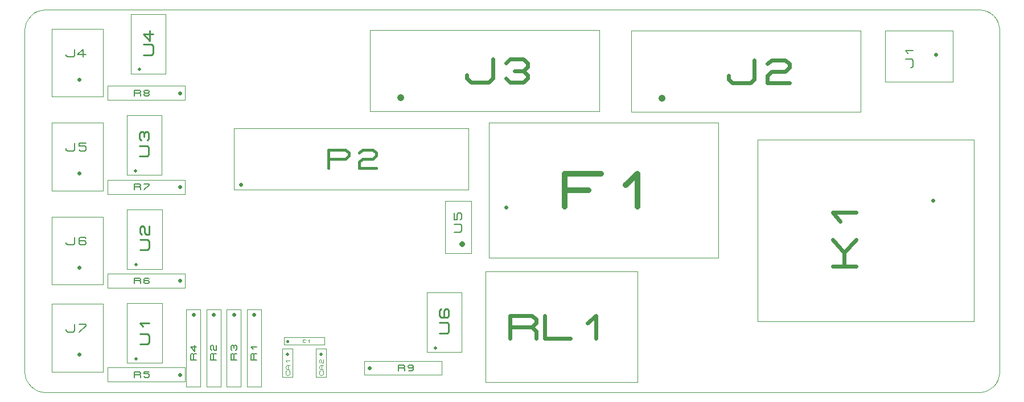
<source format=gbr>
G04 PROTEUS GERBER X2 FILE*
%TF.GenerationSoftware,Labcenter,Proteus,8.17-SP2-Build37159*%
%TF.CreationDate,2025-10-20T01:17:28+00:00*%
%TF.FileFunction,AssemblyDrawing,Top*%
%TF.FilePolarity,Positive*%
%TF.Part,Single*%
%TF.SameCoordinates,{dfd261b3-5dba-4516-bcbd-5d7d19192189}*%
%FSLAX45Y45*%
%MOMM*%
G01*
%TA.AperFunction,Profile*%
%ADD19C,0.101600*%
%TA.AperFunction,Material*%
%ADD20C,0.101600*%
%ADD73C,0.609600*%
%ADD30C,0.188600*%
%ADD31C,1.016000*%
%ADD32C,0.575120*%
%ADD33C,0.591940*%
%ADD34C,0.805340*%
%ADD35C,0.812800*%
%ADD36C,0.179490*%
%ADD37C,0.565200*%
%ADD38C,0.450900*%
%ADD39C,0.140000*%
%ADD40C,0.508000*%
%ADD41C,0.229440*%
%ADD42C,0.406400*%
%ADD43C,0.070000*%
%ADD44C,0.098000*%
%TD.AperFunction*%
D19*
X+3390000Y+2940000D02*
X+3450453Y+2933904D01*
X+3506763Y+2916421D01*
X+3557722Y+2888758D01*
X+3602122Y+2852122D01*
X+3638758Y+2807722D01*
X+3666421Y+2756763D01*
X+3683904Y+2700453D01*
X+3690000Y+2640000D01*
X+3390000Y-2760000D02*
X+3450453Y-2753904D01*
X+3506763Y-2736421D01*
X+3557722Y-2708758D01*
X+3602122Y-2672122D01*
X+3638758Y-2627722D01*
X+3666421Y-2576763D01*
X+3683904Y-2520453D01*
X+3690000Y-2460000D01*
X-10810000Y-2460000D02*
X-10803904Y-2520453D01*
X-10786421Y-2576763D01*
X-10758758Y-2627722D01*
X-10722122Y-2672122D01*
X-10677722Y-2708758D01*
X-10626763Y-2736421D01*
X-10570453Y-2753904D01*
X-10510000Y-2760000D01*
X-10810000Y+2640000D02*
X-10803904Y+2700453D01*
X-10786421Y+2756763D01*
X-10758758Y+2807722D01*
X-10722122Y+2852122D01*
X-10677722Y+2888758D01*
X-10626763Y+2916421D01*
X-10570453Y+2933904D01*
X-10510000Y+2940000D01*
X-10810000Y-2460000D02*
X-10810000Y+2640000D01*
X-10510000Y+2940000D02*
X+3390000Y+2940000D01*
X+3690000Y+2640000D02*
X+3690000Y-2460000D01*
X+3390000Y-2760000D02*
X-10510000Y-2760000D01*
D20*
X+1984920Y+1864920D02*
X+2995080Y+1864920D01*
X+2995080Y+2625080D01*
X+1984920Y+2625080D01*
X+1984920Y+1864920D01*
D73*
X+2740000Y+2270000D02*
X+2740000Y+2270000D01*
D30*
X+2366081Y+2075253D02*
X+2384942Y+2075253D01*
X+2403803Y+2096471D01*
X+2403803Y+2181344D01*
X+2384942Y+2202563D01*
X+2290638Y+2202563D01*
X+2328360Y+2287436D02*
X+2290638Y+2329873D01*
X+2403803Y+2329873D01*
D20*
X-1785080Y+1414920D02*
X+1625080Y+1414920D01*
X+1625080Y+2625080D01*
X-1785080Y+2625080D01*
X-1785080Y+1414920D01*
D31*
X-1330000Y+1620000D02*
X-1330000Y+1620000D01*
D32*
X-344668Y+1962488D02*
X-344668Y+1904976D01*
X-279967Y+1847464D01*
X-21163Y+1847464D01*
X+43538Y+1904976D01*
X+43538Y+2192536D01*
X+237641Y+2135024D02*
X+302342Y+2192536D01*
X+496445Y+2192536D01*
X+561146Y+2135024D01*
X+561146Y+2077512D01*
X+496445Y+2020000D01*
X+302342Y+2020000D01*
X+237641Y+1962488D01*
X+237641Y+1847464D01*
X+561146Y+1847464D01*
D20*
X+94920Y-1705080D02*
X+3305080Y-1705080D01*
X+3305080Y+1005080D01*
X+94920Y+1005080D01*
X+94920Y-1705080D01*
D73*
X+2700000Y+100000D02*
X+2700000Y+100000D01*
D33*
X+1204638Y-882746D02*
X+1559802Y-882746D01*
X+1204638Y-483187D02*
X+1382220Y-682967D01*
X+1559802Y-483187D01*
X+1382220Y-882746D02*
X+1382220Y-682967D01*
X+1323026Y-216814D02*
X+1204638Y-83627D01*
X+1559802Y-83627D01*
D20*
X-3905080Y-755080D02*
X-494920Y-755080D01*
X-494920Y+1255080D01*
X-3905080Y+1255080D01*
X-3905080Y-755080D01*
D73*
X-3650000Y+0D02*
X-3650000Y+0D01*
D34*
X-2782031Y+8396D02*
X-2782031Y+491603D01*
X-2238423Y+491603D01*
X-2782031Y+250000D02*
X-2419626Y+250000D01*
X-1876018Y+330534D02*
X-1694815Y+491603D01*
X-1694815Y+8396D01*
D20*
X-4559080Y-686080D02*
X-4167920Y-686080D01*
X-4167920Y+86080D01*
X-4559080Y+86080D01*
X-4559080Y-686080D01*
D35*
X-4300000Y-554000D02*
X-4300000Y-554000D01*
D36*
X-4417348Y-375183D02*
X-4327601Y-375183D01*
X-4309652Y-354991D01*
X-4309652Y-274219D01*
X-4327601Y-254026D01*
X-4417348Y-254026D01*
X-4417348Y-92483D02*
X-4417348Y-193448D01*
X-4381449Y-193448D01*
X-4381449Y-112676D01*
X-4363500Y-92483D01*
X-4327601Y-92483D01*
X-4309652Y-112676D01*
X-4309652Y-173255D01*
X-4327601Y-193448D01*
D20*
X-3955080Y-2614080D02*
X-1694920Y-2614080D01*
X-1694920Y-963920D01*
X-3955080Y-963920D01*
X-3955080Y-2614080D01*
D37*
X-3588020Y-1958560D02*
X-3588020Y-1619440D01*
X-3270095Y-1619440D01*
X-3206510Y-1675960D01*
X-3206510Y-1732480D01*
X-3270095Y-1789000D01*
X-3588020Y-1789000D01*
X-3270095Y-1789000D02*
X-3206510Y-1845520D01*
X-3206510Y-1958560D01*
X-3079340Y-1619440D02*
X-3079340Y-1958560D01*
X-2697830Y-1958560D01*
X-2443490Y-1732480D02*
X-2316320Y-1619440D01*
X-2316320Y-1958560D01*
D20*
X-7696540Y+261800D02*
X-4206380Y+261800D01*
X-4206380Y+1176200D01*
X-7696540Y+1176200D01*
X-7696540Y+261800D01*
D73*
X-7597460Y+338000D02*
X-7597460Y+338000D01*
D38*
X-6292490Y+583730D02*
X-6292490Y+854270D01*
X-6038859Y+854270D01*
X-5988133Y+809180D01*
X-5988133Y+764090D01*
X-6038859Y+719000D01*
X-6292490Y+719000D01*
X-5835954Y+809180D02*
X-5785228Y+854270D01*
X-5633049Y+854270D01*
X-5582323Y+809180D01*
X-5582323Y+764090D01*
X-5633049Y+719000D01*
X-5785228Y+719000D01*
X-5835954Y+673910D01*
X-5835954Y+583730D01*
X-5582323Y+583730D01*
D20*
X-10405080Y+1644920D02*
X-9644920Y+1644920D01*
X-9644920Y+2655080D01*
X-10405080Y+2655080D01*
X-10405080Y+1644920D01*
D73*
X-10000000Y+1900000D02*
X-10000000Y+1900000D01*
D30*
X-10194747Y+2273919D02*
X-10194747Y+2255058D01*
X-10173529Y+2236197D01*
X-10088656Y+2236197D01*
X-10067437Y+2255058D01*
X-10067437Y+2349362D01*
X-9897690Y+2273919D02*
X-10025000Y+2273919D01*
X-9940127Y+2349362D01*
X-9940127Y+2236197D01*
D20*
X-10405080Y+244920D02*
X-9644920Y+244920D01*
X-9644920Y+1255080D01*
X-10405080Y+1255080D01*
X-10405080Y+244920D01*
D73*
X-10000000Y+500000D02*
X-10000000Y+500000D01*
D30*
X-10194747Y+873919D02*
X-10194747Y+855058D01*
X-10173529Y+836197D01*
X-10088656Y+836197D01*
X-10067437Y+855058D01*
X-10067437Y+949362D01*
X-9897690Y+949362D02*
X-10003782Y+949362D01*
X-10003782Y+911640D01*
X-9918909Y+911640D01*
X-9897690Y+892780D01*
X-9897690Y+855058D01*
X-9918909Y+836197D01*
X-9982564Y+836197D01*
X-10003782Y+855058D01*
D20*
X-10405080Y-1155080D02*
X-9644920Y-1155080D01*
X-9644920Y-144920D01*
X-10405080Y-144920D01*
X-10405080Y-1155080D01*
D73*
X-10000000Y-900000D02*
X-10000000Y-900000D01*
D30*
X-10194747Y-526081D02*
X-10194747Y-544942D01*
X-10173529Y-563803D01*
X-10088656Y-563803D01*
X-10067437Y-544942D01*
X-10067437Y-450638D01*
X-9897690Y-469499D02*
X-9918909Y-450638D01*
X-9982564Y-450638D01*
X-10003782Y-469499D01*
X-10003782Y-544942D01*
X-9982564Y-563803D01*
X-9918909Y-563803D01*
X-9897690Y-544942D01*
X-9897690Y-526081D01*
X-9918909Y-507220D01*
X-10003782Y-507220D01*
D20*
X-10405080Y-2455080D02*
X-9644920Y-2455080D01*
X-9644920Y-1444920D01*
X-10405080Y-1444920D01*
X-10405080Y-2455080D01*
D73*
X-10000000Y-2200000D02*
X-10000000Y-2200000D01*
D30*
X-10194747Y-1826081D02*
X-10194747Y-1844942D01*
X-10173529Y-1863803D01*
X-10088656Y-1863803D01*
X-10067437Y-1844942D01*
X-10067437Y-1750638D01*
X-10003782Y-1750638D02*
X-9897690Y-1750638D01*
X-9897690Y-1769499D01*
X-10003782Y-1863803D01*
D20*
X-9576200Y+1594920D02*
X-8423800Y+1594920D01*
X-8423800Y+1805080D01*
X-9576200Y+1805080D01*
X-9576200Y+1594920D01*
D73*
X-8500000Y+1700000D02*
X-8500000Y+1700000D01*
D39*
X-9179340Y+1658000D02*
X-9179340Y+1742000D01*
X-9100590Y+1742000D01*
X-9084840Y+1728000D01*
X-9084840Y+1714000D01*
X-9100590Y+1700000D01*
X-9179340Y+1700000D01*
X-9100590Y+1700000D02*
X-9084840Y+1686000D01*
X-9084840Y+1658000D01*
X-9021840Y+1700000D02*
X-9037590Y+1714000D01*
X-9037590Y+1728000D01*
X-9021840Y+1742000D01*
X-8974590Y+1742000D01*
X-8958840Y+1728000D01*
X-8958840Y+1714000D01*
X-8974590Y+1700000D01*
X-9021840Y+1700000D01*
X-9037590Y+1686000D01*
X-9037590Y+1672000D01*
X-9021840Y+1658000D01*
X-8974590Y+1658000D01*
X-8958840Y+1672000D01*
X-8958840Y+1686000D01*
X-8974590Y+1700000D01*
D20*
X-9576200Y+194920D02*
X-8423800Y+194920D01*
X-8423800Y+405080D01*
X-9576200Y+405080D01*
X-9576200Y+194920D01*
D73*
X-8500000Y+300000D02*
X-8500000Y+300000D01*
D39*
X-9179340Y+258000D02*
X-9179340Y+342000D01*
X-9100590Y+342000D01*
X-9084840Y+328000D01*
X-9084840Y+314000D01*
X-9100590Y+300000D01*
X-9179340Y+300000D01*
X-9100590Y+300000D02*
X-9084840Y+286000D01*
X-9084840Y+258000D01*
X-9037590Y+342000D02*
X-8958840Y+342000D01*
X-8958840Y+328000D01*
X-9037590Y+258000D01*
D20*
X-9576200Y-1205080D02*
X-8423800Y-1205080D01*
X-8423800Y-994920D01*
X-9576200Y-994920D01*
X-9576200Y-1205080D01*
D73*
X-8500000Y-1100000D02*
X-8500000Y-1100000D01*
D39*
X-9179340Y-1142000D02*
X-9179340Y-1058000D01*
X-9100590Y-1058000D01*
X-9084840Y-1072000D01*
X-9084840Y-1086000D01*
X-9100590Y-1100000D01*
X-9179340Y-1100000D01*
X-9100590Y-1100000D02*
X-9084840Y-1114000D01*
X-9084840Y-1142000D01*
X-8958840Y-1072000D02*
X-8974590Y-1058000D01*
X-9021840Y-1058000D01*
X-9037590Y-1072000D01*
X-9037590Y-1128000D01*
X-9021840Y-1142000D01*
X-8974590Y-1142000D01*
X-8958840Y-1128000D01*
X-8958840Y-1114000D01*
X-8974590Y-1100000D01*
X-9037590Y-1100000D01*
D20*
X-9576200Y-2605080D02*
X-8423800Y-2605080D01*
X-8423800Y-2394920D01*
X-9576200Y-2394920D01*
X-9576200Y-2605080D01*
D73*
X-8500000Y-2500000D02*
X-8500000Y-2500000D01*
D39*
X-9179340Y-2542000D02*
X-9179340Y-2458000D01*
X-9100590Y-2458000D01*
X-9084840Y-2472000D01*
X-9084840Y-2486000D01*
X-9100590Y-2500000D01*
X-9179340Y-2500000D01*
X-9100590Y-2500000D02*
X-9084840Y-2514000D01*
X-9084840Y-2542000D01*
X-8958840Y-2458000D02*
X-9037590Y-2458000D01*
X-9037590Y-2486000D01*
X-8974590Y-2486000D01*
X-8958840Y-2500000D01*
X-8958840Y-2528000D01*
X-8974590Y-2542000D01*
X-9021840Y-2542000D01*
X-9037590Y-2528000D01*
D20*
X-9292080Y+476500D02*
X-8773920Y+476500D01*
X-8773920Y+1365500D01*
X-9292080Y+1365500D01*
X-9292080Y+476500D01*
D40*
X-9160000Y+540000D02*
X-9160000Y+540000D01*
D41*
X-9101833Y+758949D02*
X-8987110Y+758949D01*
X-8964166Y+784761D01*
X-8964166Y+888012D01*
X-8987110Y+913824D01*
X-9101833Y+913824D01*
X-9078889Y+991262D02*
X-9101833Y+1017075D01*
X-9101833Y+1094513D01*
X-9078889Y+1120325D01*
X-9055944Y+1120325D01*
X-9033000Y+1094513D01*
X-9010055Y+1120325D01*
X-8987110Y+1120325D01*
X-8964166Y+1094513D01*
X-8964166Y+1017075D01*
X-8987110Y+991262D01*
X-9033000Y+1042887D02*
X-9033000Y+1094513D01*
D20*
X-9286080Y-925500D02*
X-8767920Y-925500D01*
X-8767920Y-36500D01*
X-9286080Y-36500D01*
X-9286080Y-925500D01*
D40*
X-9154000Y-862000D02*
X-9154000Y-862000D01*
D41*
X-9095833Y-643051D02*
X-8981110Y-643051D01*
X-8958166Y-617239D01*
X-8958166Y-513988D01*
X-8981110Y-488176D01*
X-9095833Y-488176D01*
X-9072889Y-410738D02*
X-9095833Y-384925D01*
X-9095833Y-307487D01*
X-9072889Y-281675D01*
X-9049944Y-281675D01*
X-9027000Y-307487D01*
X-9027000Y-384925D01*
X-9004055Y-410738D01*
X-8958166Y-410738D01*
X-8958166Y-281675D01*
D20*
X-9286080Y-2325500D02*
X-8767920Y-2325500D01*
X-8767920Y-1436500D01*
X-9286080Y-1436500D01*
X-9286080Y-2325500D01*
D40*
X-9154000Y-2262000D02*
X-9154000Y-2262000D01*
D41*
X-9095833Y-2043051D02*
X-8981110Y-2043051D01*
X-8958166Y-2017239D01*
X-8958166Y-1913988D01*
X-8981110Y-1888176D01*
X-9095833Y-1888176D01*
X-9049944Y-1784925D02*
X-9095833Y-1733300D01*
X-8958166Y-1733300D01*
D20*
X-8405080Y-2676200D02*
X-8194920Y-2676200D01*
X-8194920Y-1523800D01*
X-8405080Y-1523800D01*
X-8405080Y-2676200D01*
D73*
X-8300000Y-1600000D02*
X-8300000Y-1600000D01*
D39*
X-8258000Y-2279340D02*
X-8342000Y-2279340D01*
X-8342000Y-2200590D01*
X-8328000Y-2184840D01*
X-8314000Y-2184840D01*
X-8300000Y-2200590D01*
X-8300000Y-2279340D01*
X-8300000Y-2200590D02*
X-8286000Y-2184840D01*
X-8258000Y-2184840D01*
X-8286000Y-2058840D02*
X-8286000Y-2153340D01*
X-8342000Y-2090340D01*
X-8258000Y-2090340D01*
D20*
X-8105080Y-2676200D02*
X-7894920Y-2676200D01*
X-7894920Y-1523800D01*
X-8105080Y-1523800D01*
X-8105080Y-2676200D01*
D73*
X-8000000Y-1600000D02*
X-8000000Y-1600000D01*
D39*
X-7958000Y-2279340D02*
X-8042000Y-2279340D01*
X-8042000Y-2200590D01*
X-8028000Y-2184840D01*
X-8014000Y-2184840D01*
X-8000000Y-2200590D01*
X-8000000Y-2279340D01*
X-8000000Y-2200590D02*
X-7986000Y-2184840D01*
X-7958000Y-2184840D01*
X-8028000Y-2137590D02*
X-8042000Y-2121840D01*
X-8042000Y-2074590D01*
X-8028000Y-2058840D01*
X-8014000Y-2058840D01*
X-8000000Y-2074590D01*
X-8000000Y-2121840D01*
X-7986000Y-2137590D01*
X-7958000Y-2137590D01*
X-7958000Y-2058840D01*
D20*
X-7805080Y-2676200D02*
X-7594920Y-2676200D01*
X-7594920Y-1523800D01*
X-7805080Y-1523800D01*
X-7805080Y-2676200D01*
D73*
X-7700000Y-1600000D02*
X-7700000Y-1600000D01*
D39*
X-7658000Y-2279340D02*
X-7742000Y-2279340D01*
X-7742000Y-2200590D01*
X-7728000Y-2184840D01*
X-7714000Y-2184840D01*
X-7700000Y-2200590D01*
X-7700000Y-2279340D01*
X-7700000Y-2200590D02*
X-7686000Y-2184840D01*
X-7658000Y-2184840D01*
X-7728000Y-2137590D02*
X-7742000Y-2121840D01*
X-7742000Y-2074590D01*
X-7728000Y-2058840D01*
X-7714000Y-2058840D01*
X-7700000Y-2074590D01*
X-7686000Y-2058840D01*
X-7672000Y-2058840D01*
X-7658000Y-2074590D01*
X-7658000Y-2121840D01*
X-7672000Y-2137590D01*
X-7700000Y-2106090D02*
X-7700000Y-2074590D01*
D20*
X-7505080Y-2676200D02*
X-7294920Y-2676200D01*
X-7294920Y-1523800D01*
X-7505080Y-1523800D01*
X-7505080Y-2676200D01*
D73*
X-7400000Y-1600000D02*
X-7400000Y-1600000D01*
D39*
X-7358000Y-2279340D02*
X-7442000Y-2279340D01*
X-7442000Y-2200590D01*
X-7428000Y-2184840D01*
X-7414000Y-2184840D01*
X-7400000Y-2200590D01*
X-7400000Y-2279340D01*
X-7400000Y-2200590D02*
X-7386000Y-2184840D01*
X-7358000Y-2184840D01*
X-7414000Y-2121840D02*
X-7442000Y-2090340D01*
X-7358000Y-2090340D01*
D20*
X-4832080Y-2163500D02*
X-4313920Y-2163500D01*
X-4313920Y-1274500D01*
X-4832080Y-1274500D01*
X-4832080Y-2163500D01*
D40*
X-4700000Y-2100000D02*
X-4700000Y-2100000D01*
D41*
X-4641833Y-1881051D02*
X-4527110Y-1881051D01*
X-4504166Y-1855239D01*
X-4504166Y-1751988D01*
X-4527110Y-1726176D01*
X-4641833Y-1726176D01*
X-4618889Y-1519675D02*
X-4641833Y-1545487D01*
X-4641833Y-1622925D01*
X-4618889Y-1648738D01*
X-4527110Y-1648738D01*
X-4504166Y-1622925D01*
X-4504166Y-1545487D01*
X-4527110Y-1519675D01*
X-4550055Y-1519675D01*
X-4573000Y-1545487D01*
X-4573000Y-1648738D01*
D20*
X-6950800Y-2055080D02*
X-6349200Y-2055080D01*
X-6349200Y-1944920D01*
X-6950800Y-1944920D01*
X-6950800Y-2055080D01*
D42*
X-6900000Y-2000000D02*
X-6900000Y-2000000D01*
D43*
X-6630190Y-2014000D02*
X-6638065Y-2021000D01*
X-6661690Y-2021000D01*
X-6677440Y-2007000D01*
X-6677440Y-1993000D01*
X-6661690Y-1979000D01*
X-6638065Y-1979000D01*
X-6630190Y-1986000D01*
X-6598690Y-1993000D02*
X-6582940Y-1979000D01*
X-6582940Y-2021000D01*
D20*
X-6975080Y-2535080D02*
X-6824920Y-2535080D01*
X-6824920Y-2114920D01*
X-6975080Y-2114920D01*
X-6975080Y-2535080D01*
D40*
X-6900000Y-2200000D02*
X-6900000Y-2200000D01*
D44*
X-6880400Y-2446390D02*
X-6870600Y-2457415D01*
X-6870600Y-2490490D01*
X-6890200Y-2512540D01*
X-6909800Y-2512540D01*
X-6929400Y-2490490D01*
X-6929400Y-2457415D01*
X-6919600Y-2446390D01*
X-6870600Y-2424340D02*
X-6909800Y-2424340D01*
X-6929400Y-2402290D01*
X-6929400Y-2380240D01*
X-6909800Y-2358190D01*
X-6870600Y-2358190D01*
X-6890200Y-2424340D02*
X-6890200Y-2358190D01*
X-6909800Y-2314090D02*
X-6929400Y-2292040D01*
X-6870600Y-2292040D01*
D20*
X-6475080Y-2535080D02*
X-6324920Y-2535080D01*
X-6324920Y-2114920D01*
X-6475080Y-2114920D01*
X-6475080Y-2535080D01*
D40*
X-6400000Y-2200000D02*
X-6400000Y-2200000D01*
D44*
X-6380400Y-2446390D02*
X-6370600Y-2457415D01*
X-6370600Y-2490490D01*
X-6390200Y-2512540D01*
X-6409800Y-2512540D01*
X-6429400Y-2490490D01*
X-6429400Y-2457415D01*
X-6419600Y-2446390D01*
X-6370600Y-2424340D02*
X-6409800Y-2424340D01*
X-6429400Y-2402290D01*
X-6429400Y-2380240D01*
X-6409800Y-2358190D01*
X-6370600Y-2358190D01*
X-6390200Y-2424340D02*
X-6390200Y-2358190D01*
X-6419600Y-2325115D02*
X-6429400Y-2314090D01*
X-6429400Y-2281015D01*
X-6419600Y-2269990D01*
X-6409800Y-2269990D01*
X-6400000Y-2281015D01*
X-6400000Y-2314090D01*
X-6390200Y-2325115D01*
X-6370600Y-2325115D01*
X-6370600Y-2269990D01*
D20*
X-5675080Y+1424920D02*
X-2264920Y+1424920D01*
X-2264920Y+2635080D01*
X-5675080Y+2635080D01*
X-5675080Y+1424920D01*
D31*
X-5220000Y+1630000D02*
X-5220000Y+1630000D01*
D32*
X-4234668Y+1972488D02*
X-4234668Y+1914976D01*
X-4169967Y+1857464D01*
X-3911163Y+1857464D01*
X-3846462Y+1914976D01*
X-3846462Y+2202536D01*
X-3652359Y+2145024D02*
X-3587658Y+2202536D01*
X-3393555Y+2202536D01*
X-3328854Y+2145024D01*
X-3328854Y+2087512D01*
X-3393555Y+2030000D01*
X-3328854Y+1972488D01*
X-3328854Y+1914976D01*
X-3393555Y+1857464D01*
X-3587658Y+1857464D01*
X-3652359Y+1914976D01*
X-3522957Y+2030000D02*
X-3393555Y+2030000D01*
D20*
X-9232080Y+1986500D02*
X-8713920Y+1986500D01*
X-8713920Y+2875500D01*
X-9232080Y+2875500D01*
X-9232080Y+1986500D01*
D40*
X-9100000Y+2050000D02*
X-9100000Y+2050000D01*
D41*
X-9041833Y+2268949D02*
X-8927110Y+2268949D01*
X-8904166Y+2294761D01*
X-8904166Y+2398012D01*
X-8927110Y+2423824D01*
X-9041833Y+2423824D01*
X-8950055Y+2630325D02*
X-8950055Y+2475450D01*
X-9041833Y+2578700D01*
X-8904166Y+2578700D01*
D20*
X-5756200Y-2505080D02*
X-4603800Y-2505080D01*
X-4603800Y-2294920D01*
X-5756200Y-2294920D01*
X-5756200Y-2505080D01*
D73*
X-5680000Y-2400000D02*
X-5680000Y-2400000D01*
D39*
X-5252660Y-2442000D02*
X-5252660Y-2358000D01*
X-5173910Y-2358000D01*
X-5158160Y-2372000D01*
X-5158160Y-2386000D01*
X-5173910Y-2400000D01*
X-5252660Y-2400000D01*
X-5173910Y-2400000D02*
X-5158160Y-2414000D01*
X-5158160Y-2442000D01*
X-5032160Y-2386000D02*
X-5047910Y-2400000D01*
X-5095160Y-2400000D01*
X-5110910Y-2386000D01*
X-5110910Y-2372000D01*
X-5095160Y-2358000D01*
X-5047910Y-2358000D01*
X-5032160Y-2372000D01*
X-5032160Y-2428000D01*
X-5047910Y-2442000D01*
X-5095160Y-2442000D01*
M02*

</source>
